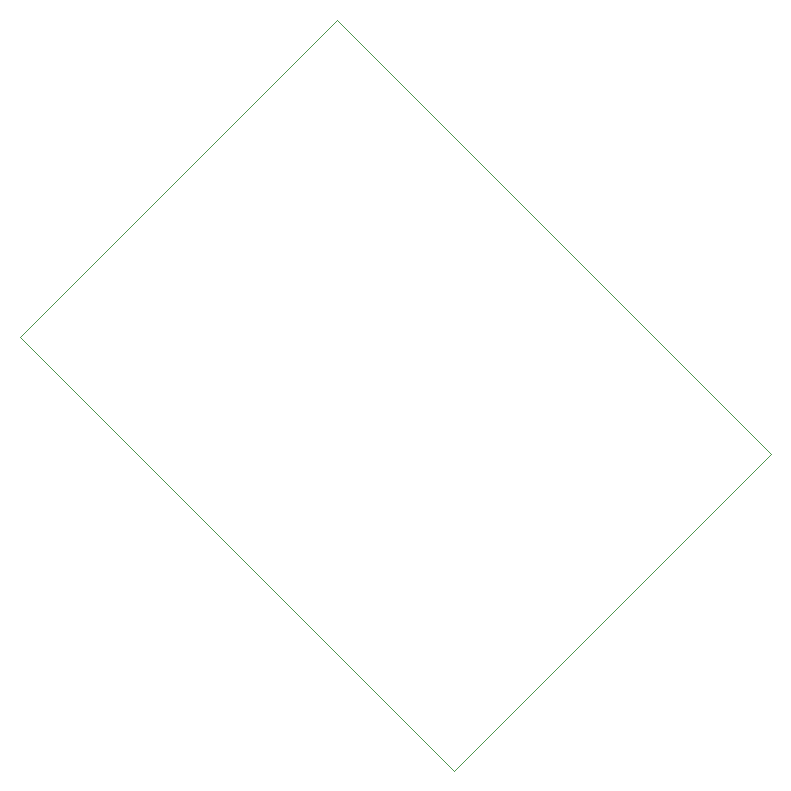
<source format=gbr>
%TF.GenerationSoftware,KiCad,Pcbnew,5.1.9+dfsg1-1+deb11u1*%
%TF.CreationDate,2024-07-25T19:41:34+02:00*%
%TF.ProjectId,label1,6c616265-6c31-42e6-9b69-6361645f7063,rev?*%
%TF.SameCoordinates,Original*%
%TF.FileFunction,Legend,Bot*%
%TF.FilePolarity,Positive*%
%FSLAX46Y46*%
G04 Gerber Fmt 4.6, Leading zero omitted, Abs format (unit mm)*
G04 Created by KiCad (PCBNEW 5.1.9+dfsg1-1+deb11u1) date 2024-07-25 19:41:34*
%MOMM*%
%LPD*%
G01*
G04 APERTURE LIST*
%ADD10C,0.120000*%
G04 APERTURE END LIST*
D10*
X20633195Y-52163253D02*
X57402747Y-88932805D01*
X47503253Y-25293195D02*
X20633195Y-52163253D01*
X84272805Y-62062747D02*
X47503253Y-25293195D01*
X57402747Y-88932805D02*
X84272805Y-62062747D01*
M02*

</source>
